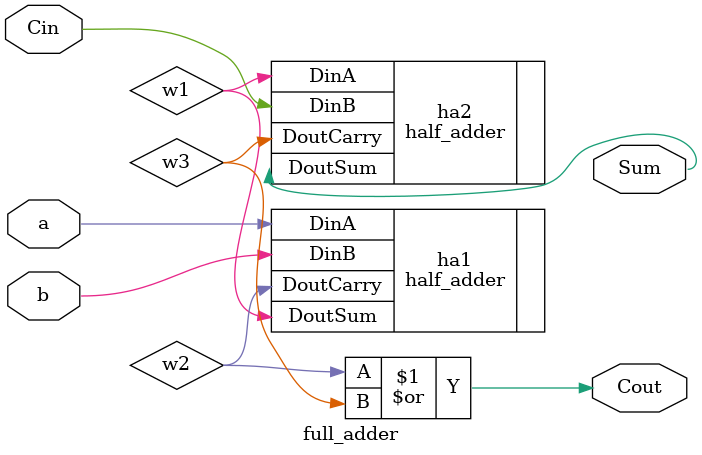
<source format=v>
module full_adder (Sum,Cout,a,b,Cin);
    output Sum,Cout;
    input a,b,Cin;

    wire w1,w2,w3;

    half_adder ha1(
        .DinA(a), // a
        .DinB(b), // b
        .DoutSum(w1), //first sum
        .DoutCarry(w2) // first carry 
    );
    half_adder ha2(
        .DinA(w1), // input carry
        .DinB(Cin), // first sum
        .DoutSum(Sum), // final sum
        .DoutCarry(w3) // second carry
    );
        or  (Cout,w2,w3);

endmodule




</source>
